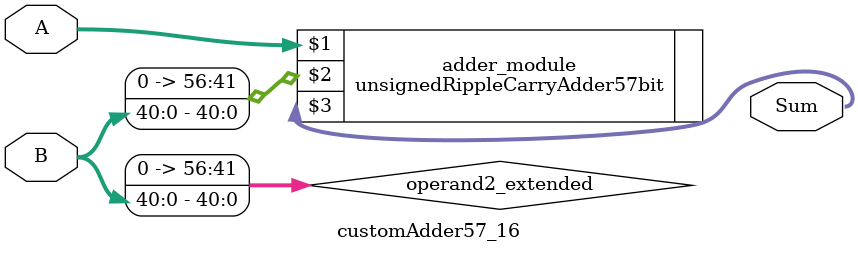
<source format=v>
module customAdder57_16(
                        input [56 : 0] A,
                        input [40 : 0] B,
                        
                        output [57 : 0] Sum
                );

        wire [56 : 0] operand2_extended;
        
        assign operand2_extended =  {16'b0, B};
        
        unsignedRippleCarryAdder57bit adder_module(
            A,
            operand2_extended,
            Sum
        );
        
        endmodule
        
</source>
